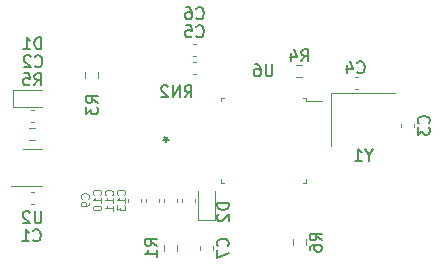
<source format=gbr>
%TF.GenerationSoftware,KiCad,Pcbnew,(6.0.11)*%
%TF.CreationDate,2024-05-16T18:38:15+09:00*%
%TF.ProjectId,active-marker-pcb,61637469-7665-42d6-9d61-726b65722d70,rev?*%
%TF.SameCoordinates,Original*%
%TF.FileFunction,Legend,Bot*%
%TF.FilePolarity,Positive*%
%FSLAX46Y46*%
G04 Gerber Fmt 4.6, Leading zero omitted, Abs format (unit mm)*
G04 Created by KiCad (PCBNEW (6.0.11)) date 2024-05-16 18:38:15*
%MOMM*%
%LPD*%
G01*
G04 APERTURE LIST*
%ADD10C,0.150000*%
%ADD11C,0.100000*%
%ADD12C,0.120000*%
G04 APERTURE END LIST*
D10*
%TO.C,R4*%
X124968666Y-93416380D02*
X125302000Y-92940190D01*
X125540095Y-93416380D02*
X125540095Y-92416380D01*
X125159142Y-92416380D01*
X125063904Y-92464000D01*
X125016285Y-92511619D01*
X124968666Y-92606857D01*
X124968666Y-92749714D01*
X125016285Y-92844952D01*
X125063904Y-92892571D01*
X125159142Y-92940190D01*
X125540095Y-92940190D01*
X124111523Y-92749714D02*
X124111523Y-93416380D01*
X124349619Y-92368761D02*
X124587714Y-93083047D01*
X123968666Y-93083047D01*
%TO.C,U6*%
X122515904Y-93672380D02*
X122515904Y-94481904D01*
X122468285Y-94577142D01*
X122420666Y-94624761D01*
X122325428Y-94672380D01*
X122134952Y-94672380D01*
X122039714Y-94624761D01*
X121992095Y-94577142D01*
X121944476Y-94481904D01*
X121944476Y-93672380D01*
X121039714Y-93672380D02*
X121230190Y-93672380D01*
X121325428Y-93720000D01*
X121373047Y-93767619D01*
X121468285Y-93910476D01*
X121515904Y-94100952D01*
X121515904Y-94481904D01*
X121468285Y-94577142D01*
X121420666Y-94624761D01*
X121325428Y-94672380D01*
X121134952Y-94672380D01*
X121039714Y-94624761D01*
X120992095Y-94577142D01*
X120944476Y-94481904D01*
X120944476Y-94243809D01*
X120992095Y-94148571D01*
X121039714Y-94100952D01*
X121134952Y-94053333D01*
X121325428Y-94053333D01*
X121420666Y-94100952D01*
X121468285Y-94148571D01*
X121515904Y-94243809D01*
%TO.C,C6*%
X116078666Y-89765142D02*
X116126285Y-89812761D01*
X116269142Y-89860380D01*
X116364380Y-89860380D01*
X116507238Y-89812761D01*
X116602476Y-89717523D01*
X116650095Y-89622285D01*
X116697714Y-89431809D01*
X116697714Y-89288952D01*
X116650095Y-89098476D01*
X116602476Y-89003238D01*
X116507238Y-88908000D01*
X116364380Y-88860380D01*
X116269142Y-88860380D01*
X116126285Y-88908000D01*
X116078666Y-88955619D01*
X115221523Y-88860380D02*
X115412000Y-88860380D01*
X115507238Y-88908000D01*
X115554857Y-88955619D01*
X115650095Y-89098476D01*
X115697714Y-89288952D01*
X115697714Y-89669904D01*
X115650095Y-89765142D01*
X115602476Y-89812761D01*
X115507238Y-89860380D01*
X115316761Y-89860380D01*
X115221523Y-89812761D01*
X115173904Y-89765142D01*
X115126285Y-89669904D01*
X115126285Y-89431809D01*
X115173904Y-89336571D01*
X115221523Y-89288952D01*
X115316761Y-89241333D01*
X115507238Y-89241333D01*
X115602476Y-89288952D01*
X115650095Y-89336571D01*
X115697714Y-89431809D01*
%TO.C,D2*%
X118816380Y-105433904D02*
X117816380Y-105433904D01*
X117816380Y-105672000D01*
X117864000Y-105814857D01*
X117959238Y-105910095D01*
X118054476Y-105957714D01*
X118244952Y-106005333D01*
X118387809Y-106005333D01*
X118578285Y-105957714D01*
X118673523Y-105910095D01*
X118768761Y-105814857D01*
X118816380Y-105672000D01*
X118816380Y-105433904D01*
X117911619Y-106386285D02*
X117864000Y-106433904D01*
X117816380Y-106529142D01*
X117816380Y-106767238D01*
X117864000Y-106862476D01*
X117911619Y-106910095D01*
X118006857Y-106957714D01*
X118102095Y-106957714D01*
X118244952Y-106910095D01*
X118816380Y-106338666D01*
X118816380Y-106957714D01*
%TO.C,C7*%
X118715142Y-109053333D02*
X118762761Y-109005714D01*
X118810380Y-108862857D01*
X118810380Y-108767619D01*
X118762761Y-108624761D01*
X118667523Y-108529523D01*
X118572285Y-108481904D01*
X118381809Y-108434285D01*
X118238952Y-108434285D01*
X118048476Y-108481904D01*
X117953238Y-108529523D01*
X117858000Y-108624761D01*
X117810380Y-108767619D01*
X117810380Y-108862857D01*
X117858000Y-109005714D01*
X117905619Y-109053333D01*
X117810380Y-109386666D02*
X117810380Y-110053333D01*
X118810380Y-109624761D01*
%TO.C,U2*%
X102957904Y-106132380D02*
X102957904Y-106941904D01*
X102910285Y-107037142D01*
X102862666Y-107084761D01*
X102767428Y-107132380D01*
X102576952Y-107132380D01*
X102481714Y-107084761D01*
X102434095Y-107037142D01*
X102386476Y-106941904D01*
X102386476Y-106132380D01*
X101957904Y-106227619D02*
X101910285Y-106180000D01*
X101815047Y-106132380D01*
X101576952Y-106132380D01*
X101481714Y-106180000D01*
X101434095Y-106227619D01*
X101386476Y-106322857D01*
X101386476Y-106418095D01*
X101434095Y-106560952D01*
X102005523Y-107132380D01*
X101386476Y-107132380D01*
%TO.C,R6*%
X126684380Y-108569333D02*
X126208190Y-108236000D01*
X126684380Y-107997904D02*
X125684380Y-107997904D01*
X125684380Y-108378857D01*
X125732000Y-108474095D01*
X125779619Y-108521714D01*
X125874857Y-108569333D01*
X126017714Y-108569333D01*
X126112952Y-108521714D01*
X126160571Y-108474095D01*
X126208190Y-108378857D01*
X126208190Y-107997904D01*
X125684380Y-109426476D02*
X125684380Y-109236000D01*
X125732000Y-109140761D01*
X125779619Y-109093142D01*
X125922476Y-108997904D01*
X126112952Y-108950285D01*
X126493904Y-108950285D01*
X126589142Y-108997904D01*
X126636761Y-109045523D01*
X126684380Y-109140761D01*
X126684380Y-109331238D01*
X126636761Y-109426476D01*
X126589142Y-109474095D01*
X126493904Y-109521714D01*
X126255809Y-109521714D01*
X126160571Y-109474095D01*
X126112952Y-109426476D01*
X126065333Y-109331238D01*
X126065333Y-109140761D01*
X126112952Y-109045523D01*
X126160571Y-108997904D01*
X126255809Y-108950285D01*
%TO.C,C2*%
X102417166Y-93829142D02*
X102464785Y-93876761D01*
X102607642Y-93924380D01*
X102702880Y-93924380D01*
X102845738Y-93876761D01*
X102940976Y-93781523D01*
X102988595Y-93686285D01*
X103036214Y-93495809D01*
X103036214Y-93352952D01*
X102988595Y-93162476D01*
X102940976Y-93067238D01*
X102845738Y-92972000D01*
X102702880Y-92924380D01*
X102607642Y-92924380D01*
X102464785Y-92972000D01*
X102417166Y-93019619D01*
X102036214Y-93019619D02*
X101988595Y-92972000D01*
X101893357Y-92924380D01*
X101655261Y-92924380D01*
X101560023Y-92972000D01*
X101512404Y-93019619D01*
X101464785Y-93114857D01*
X101464785Y-93210095D01*
X101512404Y-93352952D01*
X102083833Y-93924380D01*
X101464785Y-93924380D01*
D11*
%TO.C,C10*%
X107946000Y-104706000D02*
X107979333Y-104672666D01*
X108012666Y-104572666D01*
X108012666Y-104506000D01*
X107979333Y-104406000D01*
X107912666Y-104339333D01*
X107846000Y-104306000D01*
X107712666Y-104272666D01*
X107612666Y-104272666D01*
X107479333Y-104306000D01*
X107412666Y-104339333D01*
X107346000Y-104406000D01*
X107312666Y-104506000D01*
X107312666Y-104572666D01*
X107346000Y-104672666D01*
X107379333Y-104706000D01*
X108012666Y-105372666D02*
X108012666Y-104972666D01*
X108012666Y-105172666D02*
X107312666Y-105172666D01*
X107412666Y-105106000D01*
X107479333Y-105039333D01*
X107512666Y-104972666D01*
X107312666Y-105806000D02*
X107312666Y-105872666D01*
X107346000Y-105939333D01*
X107379333Y-105972666D01*
X107446000Y-106006000D01*
X107579333Y-106039333D01*
X107746000Y-106039333D01*
X107879333Y-106006000D01*
X107946000Y-105972666D01*
X107979333Y-105939333D01*
X108012666Y-105872666D01*
X108012666Y-105806000D01*
X107979333Y-105739333D01*
X107946000Y-105706000D01*
X107879333Y-105672666D01*
X107746000Y-105639333D01*
X107579333Y-105639333D01*
X107446000Y-105672666D01*
X107379333Y-105706000D01*
X107346000Y-105739333D01*
X107312666Y-105806000D01*
%TO.C,C13*%
X109978000Y-104706000D02*
X110011333Y-104672666D01*
X110044666Y-104572666D01*
X110044666Y-104506000D01*
X110011333Y-104406000D01*
X109944666Y-104339333D01*
X109878000Y-104306000D01*
X109744666Y-104272666D01*
X109644666Y-104272666D01*
X109511333Y-104306000D01*
X109444666Y-104339333D01*
X109378000Y-104406000D01*
X109344666Y-104506000D01*
X109344666Y-104572666D01*
X109378000Y-104672666D01*
X109411333Y-104706000D01*
X110044666Y-105372666D02*
X110044666Y-104972666D01*
X110044666Y-105172666D02*
X109344666Y-105172666D01*
X109444666Y-105106000D01*
X109511333Y-105039333D01*
X109544666Y-104972666D01*
X109344666Y-105606000D02*
X109344666Y-106039333D01*
X109611333Y-105806000D01*
X109611333Y-105906000D01*
X109644666Y-105972666D01*
X109678000Y-106006000D01*
X109744666Y-106039333D01*
X109911333Y-106039333D01*
X109978000Y-106006000D01*
X110011333Y-105972666D01*
X110044666Y-105906000D01*
X110044666Y-105706000D01*
X110011333Y-105639333D01*
X109978000Y-105606000D01*
D10*
%TO.C,C4*%
X129706666Y-94337142D02*
X129754285Y-94384761D01*
X129897142Y-94432380D01*
X129992380Y-94432380D01*
X130135238Y-94384761D01*
X130230476Y-94289523D01*
X130278095Y-94194285D01*
X130325714Y-94003809D01*
X130325714Y-93860952D01*
X130278095Y-93670476D01*
X130230476Y-93575238D01*
X130135238Y-93480000D01*
X129992380Y-93432380D01*
X129897142Y-93432380D01*
X129754285Y-93480000D01*
X129706666Y-93527619D01*
X128849523Y-93765714D02*
X128849523Y-94432380D01*
X129087619Y-93384761D02*
X129325714Y-94099047D01*
X128706666Y-94099047D01*
%TO.C,R1*%
X112720380Y-109053333D02*
X112244190Y-108720000D01*
X112720380Y-108481904D02*
X111720380Y-108481904D01*
X111720380Y-108862857D01*
X111768000Y-108958095D01*
X111815619Y-109005714D01*
X111910857Y-109053333D01*
X112053714Y-109053333D01*
X112148952Y-109005714D01*
X112196571Y-108958095D01*
X112244190Y-108862857D01*
X112244190Y-108481904D01*
X112720380Y-110005714D02*
X112720380Y-109434285D01*
X112720380Y-109720000D02*
X111720380Y-109720000D01*
X111863238Y-109624761D01*
X111958476Y-109529523D01*
X112006095Y-109434285D01*
D11*
%TO.C,C9*%
X106930000Y-105039333D02*
X106963333Y-105006000D01*
X106996666Y-104906000D01*
X106996666Y-104839333D01*
X106963333Y-104739333D01*
X106896666Y-104672666D01*
X106830000Y-104639333D01*
X106696666Y-104606000D01*
X106596666Y-104606000D01*
X106463333Y-104639333D01*
X106396666Y-104672666D01*
X106330000Y-104739333D01*
X106296666Y-104839333D01*
X106296666Y-104906000D01*
X106330000Y-105006000D01*
X106363333Y-105039333D01*
X106996666Y-105372666D02*
X106996666Y-105506000D01*
X106963333Y-105572666D01*
X106930000Y-105606000D01*
X106830000Y-105672666D01*
X106696666Y-105706000D01*
X106430000Y-105706000D01*
X106363333Y-105672666D01*
X106330000Y-105639333D01*
X106296666Y-105572666D01*
X106296666Y-105439333D01*
X106330000Y-105372666D01*
X106363333Y-105339333D01*
X106430000Y-105306000D01*
X106596666Y-105306000D01*
X106663333Y-105339333D01*
X106696666Y-105372666D01*
X106730000Y-105439333D01*
X106730000Y-105572666D01*
X106696666Y-105639333D01*
X106663333Y-105672666D01*
X106596666Y-105706000D01*
D10*
%TO.C,C1*%
X102274666Y-108561142D02*
X102322285Y-108608761D01*
X102465142Y-108656380D01*
X102560380Y-108656380D01*
X102703238Y-108608761D01*
X102798476Y-108513523D01*
X102846095Y-108418285D01*
X102893714Y-108227809D01*
X102893714Y-108084952D01*
X102846095Y-107894476D01*
X102798476Y-107799238D01*
X102703238Y-107704000D01*
X102560380Y-107656380D01*
X102465142Y-107656380D01*
X102322285Y-107704000D01*
X102274666Y-107751619D01*
X101322285Y-108656380D02*
X101893714Y-108656380D01*
X101608000Y-108656380D02*
X101608000Y-107656380D01*
X101703238Y-107799238D01*
X101798476Y-107894476D01*
X101893714Y-107942095D01*
%TO.C,C5*%
X116078666Y-91289142D02*
X116126285Y-91336761D01*
X116269142Y-91384380D01*
X116364380Y-91384380D01*
X116507238Y-91336761D01*
X116602476Y-91241523D01*
X116650095Y-91146285D01*
X116697714Y-90955809D01*
X116697714Y-90812952D01*
X116650095Y-90622476D01*
X116602476Y-90527238D01*
X116507238Y-90432000D01*
X116364380Y-90384380D01*
X116269142Y-90384380D01*
X116126285Y-90432000D01*
X116078666Y-90479619D01*
X115173904Y-90384380D02*
X115650095Y-90384380D01*
X115697714Y-90860571D01*
X115650095Y-90812952D01*
X115554857Y-90765333D01*
X115316761Y-90765333D01*
X115221523Y-90812952D01*
X115173904Y-90860571D01*
X115126285Y-90955809D01*
X115126285Y-91193904D01*
X115173904Y-91289142D01*
X115221523Y-91336761D01*
X115316761Y-91384380D01*
X115554857Y-91384380D01*
X115650095Y-91336761D01*
X115697714Y-91289142D01*
%TO.C,RN2*%
X115078476Y-96464380D02*
X115411809Y-95988190D01*
X115649904Y-96464380D02*
X115649904Y-95464380D01*
X115268952Y-95464380D01*
X115173714Y-95512000D01*
X115126095Y-95559619D01*
X115078476Y-95654857D01*
X115078476Y-95797714D01*
X115126095Y-95892952D01*
X115173714Y-95940571D01*
X115268952Y-95988190D01*
X115649904Y-95988190D01*
X114649904Y-96464380D02*
X114649904Y-95464380D01*
X114078476Y-96464380D01*
X114078476Y-95464380D01*
X113649904Y-95559619D02*
X113602285Y-95512000D01*
X113507047Y-95464380D01*
X113268952Y-95464380D01*
X113173714Y-95512000D01*
X113126095Y-95559619D01*
X113078476Y-95654857D01*
X113078476Y-95750095D01*
X113126095Y-95892952D01*
X113697523Y-96464380D01*
X113078476Y-96464380D01*
X113499000Y-100228519D02*
X113499000Y-99990423D01*
X113260904Y-100085661D02*
X113499000Y-99990423D01*
X113737095Y-100085661D01*
X113356142Y-99799947D02*
X113499000Y-99990423D01*
X113641857Y-99799947D01*
D11*
%TO.C,C11*%
X108962000Y-104730000D02*
X108995333Y-104696666D01*
X109028666Y-104596666D01*
X109028666Y-104530000D01*
X108995333Y-104430000D01*
X108928666Y-104363333D01*
X108862000Y-104330000D01*
X108728666Y-104296666D01*
X108628666Y-104296666D01*
X108495333Y-104330000D01*
X108428666Y-104363333D01*
X108362000Y-104430000D01*
X108328666Y-104530000D01*
X108328666Y-104596666D01*
X108362000Y-104696666D01*
X108395333Y-104730000D01*
X109028666Y-105396666D02*
X109028666Y-104996666D01*
X109028666Y-105196666D02*
X108328666Y-105196666D01*
X108428666Y-105130000D01*
X108495333Y-105063333D01*
X108528666Y-104996666D01*
X109028666Y-106063333D02*
X109028666Y-105663333D01*
X109028666Y-105863333D02*
X108328666Y-105863333D01*
X108428666Y-105796666D01*
X108495333Y-105730000D01*
X108528666Y-105663333D01*
D10*
%TO.C,R5*%
X102362666Y-95448380D02*
X102696000Y-94972190D01*
X102934095Y-95448380D02*
X102934095Y-94448380D01*
X102553142Y-94448380D01*
X102457904Y-94496000D01*
X102410285Y-94543619D01*
X102362666Y-94638857D01*
X102362666Y-94781714D01*
X102410285Y-94876952D01*
X102457904Y-94924571D01*
X102553142Y-94972190D01*
X102934095Y-94972190D01*
X101457904Y-94448380D02*
X101934095Y-94448380D01*
X101981714Y-94924571D01*
X101934095Y-94876952D01*
X101838857Y-94829333D01*
X101600761Y-94829333D01*
X101505523Y-94876952D01*
X101457904Y-94924571D01*
X101410285Y-95019809D01*
X101410285Y-95257904D01*
X101457904Y-95353142D01*
X101505523Y-95400761D01*
X101600761Y-95448380D01*
X101838857Y-95448380D01*
X101934095Y-95400761D01*
X101981714Y-95353142D01*
%TO.C,C3*%
X135733142Y-98663333D02*
X135780761Y-98615714D01*
X135828380Y-98472857D01*
X135828380Y-98377619D01*
X135780761Y-98234761D01*
X135685523Y-98139523D01*
X135590285Y-98091904D01*
X135399809Y-98044285D01*
X135256952Y-98044285D01*
X135066476Y-98091904D01*
X134971238Y-98139523D01*
X134876000Y-98234761D01*
X134828380Y-98377619D01*
X134828380Y-98472857D01*
X134876000Y-98615714D01*
X134923619Y-98663333D01*
X134828380Y-98996666D02*
X134828380Y-99615714D01*
X135209333Y-99282380D01*
X135209333Y-99425238D01*
X135256952Y-99520476D01*
X135304571Y-99568095D01*
X135399809Y-99615714D01*
X135637904Y-99615714D01*
X135733142Y-99568095D01*
X135780761Y-99520476D01*
X135828380Y-99425238D01*
X135828380Y-99139523D01*
X135780761Y-99044285D01*
X135733142Y-98996666D01*
%TO.C,Y1*%
X130686190Y-101348190D02*
X130686190Y-101824380D01*
X131019523Y-100824380D02*
X130686190Y-101348190D01*
X130352857Y-100824380D01*
X129495714Y-101824380D02*
X130067142Y-101824380D01*
X129781428Y-101824380D02*
X129781428Y-100824380D01*
X129876666Y-100967238D01*
X129971904Y-101062476D01*
X130067142Y-101110095D01*
%TO.C,R3*%
X107733380Y-96940833D02*
X107257190Y-96607500D01*
X107733380Y-96369404D02*
X106733380Y-96369404D01*
X106733380Y-96750357D01*
X106781000Y-96845595D01*
X106828619Y-96893214D01*
X106923857Y-96940833D01*
X107066714Y-96940833D01*
X107161952Y-96893214D01*
X107209571Y-96845595D01*
X107257190Y-96750357D01*
X107257190Y-96369404D01*
X106733380Y-97274166D02*
X106733380Y-97893214D01*
X107114333Y-97559880D01*
X107114333Y-97702738D01*
X107161952Y-97797976D01*
X107209571Y-97845595D01*
X107304809Y-97893214D01*
X107542904Y-97893214D01*
X107638142Y-97845595D01*
X107685761Y-97797976D01*
X107733380Y-97702738D01*
X107733380Y-97417023D01*
X107685761Y-97321785D01*
X107638142Y-97274166D01*
%TO.C,D1*%
X102934095Y-92400380D02*
X102934095Y-91400380D01*
X102696000Y-91400380D01*
X102553142Y-91448000D01*
X102457904Y-91543238D01*
X102410285Y-91638476D01*
X102362666Y-91828952D01*
X102362666Y-91971809D01*
X102410285Y-92162285D01*
X102457904Y-92257523D01*
X102553142Y-92352761D01*
X102696000Y-92400380D01*
X102934095Y-92400380D01*
X101410285Y-92400380D02*
X101981714Y-92400380D01*
X101696000Y-92400380D02*
X101696000Y-91400380D01*
X101791238Y-91543238D01*
X101886476Y-91638476D01*
X101981714Y-91686095D01*
D12*
%TO.C,R4*%
X124547276Y-94780500D02*
X125056724Y-94780500D01*
X124547276Y-93735500D02*
X125056724Y-93735500D01*
%TO.C,U6*%
X118444000Y-96490000D02*
X118144000Y-96490000D01*
X125364000Y-96490000D02*
X125364000Y-96790000D01*
X125064000Y-103710000D02*
X125364000Y-103710000D01*
X118144000Y-103710000D02*
X118144000Y-103410000D01*
X125064000Y-96490000D02*
X125364000Y-96490000D01*
X125364000Y-96790000D02*
X126679000Y-96790000D01*
X125364000Y-103710000D02*
X125364000Y-103410000D01*
X118444000Y-103710000D02*
X118144000Y-103710000D01*
X118144000Y-96490000D02*
X118144000Y-96790000D01*
%TO.C,C6*%
X116058267Y-92990000D02*
X115765733Y-92990000D01*
X116058267Y-91970000D02*
X115765733Y-91970000D01*
%TO.C,D2*%
X117663000Y-104380000D02*
X117663000Y-106840000D01*
X117663000Y-106840000D02*
X116193000Y-106840000D01*
X116193000Y-106840000D02*
X116193000Y-104380000D01*
%TO.C,C7*%
X117438000Y-109366267D02*
X117438000Y-109073733D01*
X116418000Y-109366267D02*
X116418000Y-109073733D01*
%TO.C,U2*%
X102196000Y-100866000D02*
X102996000Y-100866000D01*
X102196000Y-103986000D02*
X102996000Y-103986000D01*
X102196000Y-103986000D02*
X100396000Y-103986000D01*
X102196000Y-100866000D02*
X101396000Y-100866000D01*
%TO.C,R6*%
X124279500Y-108990724D02*
X124279500Y-108481276D01*
X125324500Y-108990724D02*
X125324500Y-108481276D01*
%TO.C,C2*%
X102049733Y-97558000D02*
X102342267Y-97558000D01*
X102049733Y-98578000D02*
X102342267Y-98578000D01*
%TO.C,C10*%
X112866000Y-105033733D02*
X112866000Y-105326267D01*
X111846000Y-105033733D02*
X111846000Y-105326267D01*
%TO.C,C13*%
X115914000Y-105033733D02*
X115914000Y-105326267D01*
X114894000Y-105033733D02*
X114894000Y-105326267D01*
%TO.C,C4*%
X129481733Y-95784000D02*
X129774267Y-95784000D01*
X129481733Y-94764000D02*
X129774267Y-94764000D01*
%TO.C,R1*%
X113357500Y-109474724D02*
X113357500Y-108965276D01*
X114402500Y-109474724D02*
X114402500Y-108965276D01*
%TO.C,C9*%
X111342000Y-105033733D02*
X111342000Y-105326267D01*
X110322000Y-105033733D02*
X110322000Y-105326267D01*
%TO.C,C1*%
X102342267Y-105476000D02*
X102049733Y-105476000D01*
X102342267Y-104456000D02*
X102049733Y-104456000D01*
%TO.C,C5*%
X116058267Y-94514000D02*
X115765733Y-94514000D01*
X116058267Y-93494000D02*
X115765733Y-93494000D01*
%TO.C,C11*%
X114390000Y-105033733D02*
X114390000Y-105326267D01*
X113370000Y-105033733D02*
X113370000Y-105326267D01*
%TO.C,R5*%
X101941276Y-99069500D02*
X102450724Y-99069500D01*
X101941276Y-100114500D02*
X102450724Y-100114500D01*
%TO.C,C3*%
X133436000Y-98976267D02*
X133436000Y-98683733D01*
X134456000Y-98976267D02*
X134456000Y-98683733D01*
%TO.C,Y1*%
X127510000Y-100572000D02*
X127510000Y-96072000D01*
X127510000Y-96072000D02*
X132910000Y-96072000D01*
%TO.C,R3*%
X106665500Y-94846224D02*
X106665500Y-94336776D01*
X107710500Y-94846224D02*
X107710500Y-94336776D01*
%TO.C,D1*%
X100536000Y-95809000D02*
X102996000Y-95809000D01*
X100536000Y-97279000D02*
X100536000Y-95809000D01*
X102996000Y-97279000D02*
X100536000Y-97279000D01*
%TD*%
M02*

</source>
